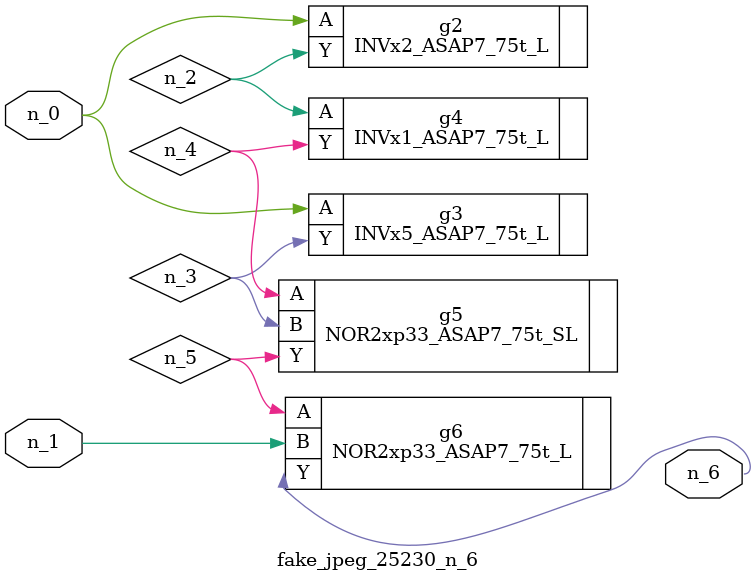
<source format=v>
module fake_jpeg_25230_n_6 (n_0, n_1, n_6);

input n_0;
input n_1;

output n_6;

wire n_3;
wire n_2;
wire n_4;
wire n_5;

INVx2_ASAP7_75t_L g2 ( 
.A(n_0),
.Y(n_2)
);

INVx5_ASAP7_75t_L g3 ( 
.A(n_0),
.Y(n_3)
);

INVx1_ASAP7_75t_L g4 ( 
.A(n_2),
.Y(n_4)
);

NOR2xp33_ASAP7_75t_SL g5 ( 
.A(n_4),
.B(n_3),
.Y(n_5)
);

NOR2xp33_ASAP7_75t_L g6 ( 
.A(n_5),
.B(n_1),
.Y(n_6)
);


endmodule
</source>
